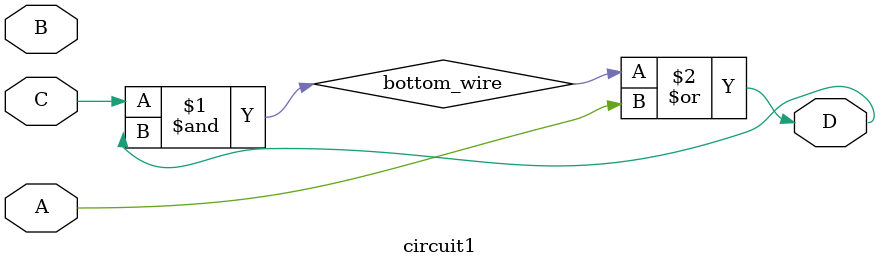
<source format=v>
module circuit1 (A, B, C, D);
  output D;
  input A, B, C;
  wire bottom_wire;

  and G_bottom(bottom_wire, C, D);
  or G_top(D, bottom_wire, A); 
endmodule

</source>
